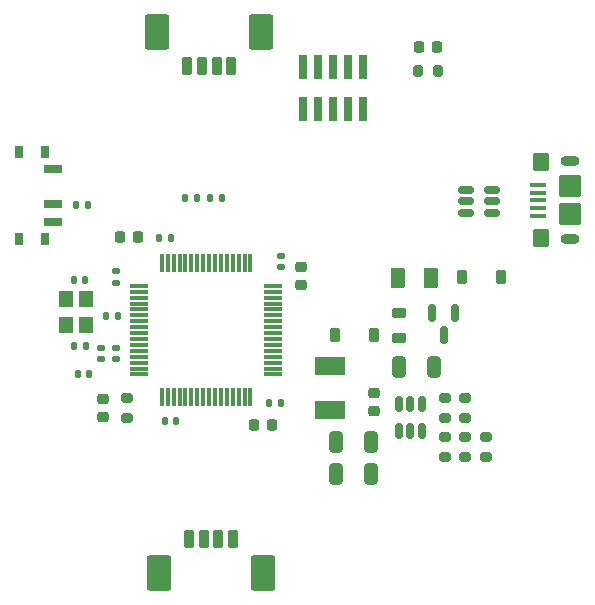
<source format=gbr>
%TF.GenerationSoftware,KiCad,Pcbnew,7.0.7*%
%TF.CreationDate,2023-08-28T01:03:24+03:00*%
%TF.ProjectId,STM32F405_Lesson_1,53544d33-3246-4343-9035-5f4c6573736f,rev?*%
%TF.SameCoordinates,Original*%
%TF.FileFunction,Paste,Top*%
%TF.FilePolarity,Positive*%
%FSLAX46Y46*%
G04 Gerber Fmt 4.6, Leading zero omitted, Abs format (unit mm)*
G04 Created by KiCad (PCBNEW 7.0.7) date 2023-08-28 01:03:24*
%MOMM*%
%LPD*%
G01*
G04 APERTURE LIST*
G04 Aperture macros list*
%AMRoundRect*
0 Rectangle with rounded corners*
0 $1 Rounding radius*
0 $2 $3 $4 $5 $6 $7 $8 $9 X,Y pos of 4 corners*
0 Add a 4 corners polygon primitive as box body*
4,1,4,$2,$3,$4,$5,$6,$7,$8,$9,$2,$3,0*
0 Add four circle primitives for the rounded corners*
1,1,$1+$1,$2,$3*
1,1,$1+$1,$4,$5*
1,1,$1+$1,$6,$7*
1,1,$1+$1,$8,$9*
0 Add four rect primitives between the rounded corners*
20,1,$1+$1,$2,$3,$4,$5,0*
20,1,$1+$1,$4,$5,$6,$7,0*
20,1,$1+$1,$6,$7,$8,$9,0*
20,1,$1+$1,$8,$9,$2,$3,0*%
G04 Aperture macros list end*
%ADD10RoundRect,0.200000X-0.200000X-0.600000X0.200000X-0.600000X0.200000X0.600000X-0.200000X0.600000X0*%
%ADD11RoundRect,0.250001X-0.799999X-1.249999X0.799999X-1.249999X0.799999X1.249999X-0.799999X1.249999X0*%
%ADD12RoundRect,0.200000X0.200000X0.600000X-0.200000X0.600000X-0.200000X-0.600000X0.200000X-0.600000X0*%
%ADD13RoundRect,0.250001X0.799999X1.249999X-0.799999X1.249999X-0.799999X-1.249999X0.799999X-1.249999X0*%
%ADD14RoundRect,0.200000X-0.200000X-0.275000X0.200000X-0.275000X0.200000X0.275000X-0.200000X0.275000X0*%
%ADD15R,1.200000X1.400000*%
%ADD16RoundRect,0.140000X-0.140000X-0.170000X0.140000X-0.170000X0.140000X0.170000X-0.140000X0.170000X0*%
%ADD17RoundRect,0.140000X0.140000X0.170000X-0.140000X0.170000X-0.140000X-0.170000X0.140000X-0.170000X0*%
%ADD18RoundRect,0.250000X0.375000X0.625000X-0.375000X0.625000X-0.375000X-0.625000X0.375000X-0.625000X0*%
%ADD19RoundRect,0.225000X-0.225000X-0.375000X0.225000X-0.375000X0.225000X0.375000X-0.225000X0.375000X0*%
%ADD20RoundRect,0.150000X-0.150000X0.587500X-0.150000X-0.587500X0.150000X-0.587500X0.150000X0.587500X0*%
%ADD21RoundRect,0.200000X-0.275000X0.200000X-0.275000X-0.200000X0.275000X-0.200000X0.275000X0.200000X0*%
%ADD22R,2.500000X1.500000*%
%ADD23RoundRect,0.218750X-0.381250X0.218750X-0.381250X-0.218750X0.381250X-0.218750X0.381250X0.218750X0*%
%ADD24RoundRect,0.250000X-0.325000X-0.650000X0.325000X-0.650000X0.325000X0.650000X-0.325000X0.650000X0*%
%ADD25RoundRect,0.150000X0.512500X0.150000X-0.512500X0.150000X-0.512500X-0.150000X0.512500X-0.150000X0*%
%ADD26RoundRect,0.140000X0.170000X-0.140000X0.170000X0.140000X-0.170000X0.140000X-0.170000X-0.140000X0*%
%ADD27RoundRect,0.135000X0.135000X0.185000X-0.135000X0.185000X-0.135000X-0.185000X0.135000X-0.185000X0*%
%ADD28RoundRect,0.218750X0.256250X-0.218750X0.256250X0.218750X-0.256250X0.218750X-0.256250X-0.218750X0*%
%ADD29RoundRect,0.218750X-0.218750X-0.256250X0.218750X-0.256250X0.218750X0.256250X-0.218750X0.256250X0*%
%ADD30RoundRect,0.225000X0.250000X-0.225000X0.250000X0.225000X-0.250000X0.225000X-0.250000X-0.225000X0*%
%ADD31RoundRect,0.200000X0.275000X-0.200000X0.275000X0.200000X-0.275000X0.200000X-0.275000X-0.200000X0*%
%ADD32RoundRect,0.100000X0.575000X-0.100000X0.575000X0.100000X-0.575000X0.100000X-0.575000X-0.100000X0*%
%ADD33O,1.600000X0.900000*%
%ADD34RoundRect,0.250000X0.450000X-0.550000X0.450000X0.550000X-0.450000X0.550000X-0.450000X-0.550000X0*%
%ADD35RoundRect,0.250000X0.700000X-0.700000X0.700000X0.700000X-0.700000X0.700000X-0.700000X-0.700000X0*%
%ADD36R,0.800000X1.000000*%
%ADD37R,1.500000X0.700000*%
%ADD38RoundRect,0.075000X-0.700000X-0.075000X0.700000X-0.075000X0.700000X0.075000X-0.700000X0.075000X0*%
%ADD39RoundRect,0.075000X-0.075000X-0.700000X0.075000X-0.700000X0.075000X0.700000X-0.075000X0.700000X0*%
%ADD40RoundRect,0.147500X-0.147500X-0.172500X0.147500X-0.172500X0.147500X0.172500X-0.147500X0.172500X0*%
%ADD41R,0.750000X2.100000*%
%ADD42RoundRect,0.135000X-0.135000X-0.185000X0.135000X-0.185000X0.135000X0.185000X-0.135000X0.185000X0*%
%ADD43RoundRect,0.225000X0.225000X0.250000X-0.225000X0.250000X-0.225000X-0.250000X0.225000X-0.250000X0*%
%ADD44RoundRect,0.150000X0.150000X-0.512500X0.150000X0.512500X-0.150000X0.512500X-0.150000X-0.512500X0*%
%ADD45RoundRect,0.225000X-0.225000X-0.250000X0.225000X-0.250000X0.225000X0.250000X-0.225000X0.250000X0*%
G04 APERTURE END LIST*
D10*
%TO.C,J4*%
X75925000Y-86350000D03*
X77175000Y-86350000D03*
X78425000Y-86350000D03*
X79675000Y-86350000D03*
D11*
X73375000Y-89250000D03*
X82225000Y-89250000D03*
%TD*%
D12*
%TO.C,J3*%
X79525000Y-46350000D03*
X78275000Y-46350000D03*
X77025000Y-46350000D03*
X75775000Y-46350000D03*
D13*
X82075000Y-43450000D03*
X73225000Y-43450000D03*
%TD*%
D14*
%TO.C,R11*%
X95350000Y-46800000D03*
X97000000Y-46800000D03*
%TD*%
D15*
%TO.C,Y1*%
X65550000Y-66100000D03*
X65550000Y-68300000D03*
X67250000Y-68300000D03*
X67250000Y-66100000D03*
%TD*%
D16*
%TO.C,C8*%
X73440000Y-60900000D03*
X74400000Y-60900000D03*
%TD*%
%TO.C,C6*%
X82740000Y-74900000D03*
X83700000Y-74900000D03*
%TD*%
D17*
%TO.C,C11*%
X67200000Y-70000000D03*
X66240000Y-70000000D03*
%TD*%
D18*
%TO.C,F1*%
X96400000Y-64300000D03*
X93600000Y-64300000D03*
%TD*%
D19*
%TO.C,D5*%
X88350000Y-69100000D03*
X91650000Y-69100000D03*
%TD*%
D20*
%TO.C,Q1*%
X98450000Y-67262500D03*
X96550000Y-67262500D03*
X97500000Y-69137500D03*
%TD*%
D21*
%TO.C,R7*%
X99300000Y-77775000D03*
X99300000Y-79425000D03*
%TD*%
D19*
%TO.C,D2*%
X99050000Y-64200000D03*
X102350000Y-64200000D03*
%TD*%
D22*
%TO.C,L2*%
X87900000Y-71750000D03*
X87900000Y-75450000D03*
%TD*%
D23*
%TO.C,FB1*%
X93700000Y-67237500D03*
X93700000Y-69362500D03*
%TD*%
D24*
%TO.C,C15*%
X88425000Y-78200000D03*
X91375000Y-78200000D03*
%TD*%
D25*
%TO.C,U3*%
X101637500Y-58750000D03*
X101637500Y-57800000D03*
X101637500Y-56850000D03*
X99362500Y-56850000D03*
X99362500Y-57800000D03*
X99362500Y-58750000D03*
%TD*%
D26*
%TO.C,C4*%
X69800000Y-64680000D03*
X69800000Y-63720000D03*
%TD*%
%TO.C,C10*%
X69800000Y-71160000D03*
X69800000Y-70200000D03*
%TD*%
D27*
%TO.C,R2*%
X69900000Y-67500000D03*
X68880000Y-67500000D03*
%TD*%
D28*
%TO.C,D1*%
X68700000Y-76087500D03*
X68700000Y-74512500D03*
%TD*%
D29*
%TO.C,D4*%
X95400000Y-44700000D03*
X96975000Y-44700000D03*
%TD*%
D24*
%TO.C,C13*%
X93725000Y-71800000D03*
X96675000Y-71800000D03*
%TD*%
D30*
%TO.C,C14*%
X91600000Y-75575000D03*
X91600000Y-74025000D03*
%TD*%
D31*
%TO.C,R5*%
X99300000Y-76125000D03*
X99300000Y-74475000D03*
%TD*%
D32*
%TO.C,J5*%
X105520000Y-59000000D03*
X105520000Y-58350000D03*
X105520000Y-57700000D03*
X105520000Y-57050000D03*
X105520000Y-56400000D03*
D33*
X108195000Y-61000000D03*
D34*
X105745000Y-60900000D03*
D35*
X108195000Y-58900000D03*
X108195000Y-56500000D03*
D34*
X105745000Y-54500000D03*
D33*
X108195000Y-54400000D03*
%TD*%
D36*
%TO.C,SW1*%
X63755000Y-53650000D03*
X61545000Y-53650000D03*
X63755000Y-60950000D03*
X61545000Y-60950000D03*
D37*
X64405000Y-55050000D03*
X64405000Y-58050000D03*
X64405000Y-59550000D03*
%TD*%
D38*
%TO.C,U1*%
X71725000Y-64950000D03*
X71725000Y-65450000D03*
X71725000Y-65950000D03*
X71725000Y-66450000D03*
X71725000Y-66950000D03*
X71725000Y-67450000D03*
X71725000Y-67950000D03*
X71725000Y-68450000D03*
X71725000Y-68950000D03*
X71725000Y-69450000D03*
X71725000Y-69950000D03*
X71725000Y-70450000D03*
X71725000Y-70950000D03*
X71725000Y-71450000D03*
X71725000Y-71950000D03*
X71725000Y-72450000D03*
D39*
X73650000Y-74375000D03*
X74150000Y-74375000D03*
X74650000Y-74375000D03*
X75150000Y-74375000D03*
X75650000Y-74375000D03*
X76150000Y-74375000D03*
X76650000Y-74375000D03*
X77150000Y-74375000D03*
X77650000Y-74375000D03*
X78150000Y-74375000D03*
X78650000Y-74375000D03*
X79150000Y-74375000D03*
X79650000Y-74375000D03*
X80150000Y-74375000D03*
X80650000Y-74375000D03*
X81150000Y-74375000D03*
D38*
X83075000Y-72450000D03*
X83075000Y-71950000D03*
X83075000Y-71450000D03*
X83075000Y-70950000D03*
X83075000Y-70450000D03*
X83075000Y-69950000D03*
X83075000Y-69450000D03*
X83075000Y-68950000D03*
X83075000Y-68450000D03*
X83075000Y-67950000D03*
X83075000Y-67450000D03*
X83075000Y-66950000D03*
X83075000Y-66450000D03*
X83075000Y-65950000D03*
X83075000Y-65450000D03*
X83075000Y-64950000D03*
D39*
X81150000Y-63025000D03*
X80650000Y-63025000D03*
X80150000Y-63025000D03*
X79650000Y-63025000D03*
X79150000Y-63025000D03*
X78650000Y-63025000D03*
X78150000Y-63025000D03*
X77650000Y-63025000D03*
X77150000Y-63025000D03*
X76650000Y-63025000D03*
X76150000Y-63025000D03*
X75650000Y-63025000D03*
X75150000Y-63025000D03*
X74650000Y-63025000D03*
X74150000Y-63025000D03*
X73650000Y-63025000D03*
%TD*%
D26*
%TO.C,C7*%
X83700000Y-63380000D03*
X83700000Y-62420000D03*
%TD*%
D40*
%TO.C,L1*%
X66530000Y-72400000D03*
X67500000Y-72400000D03*
%TD*%
D27*
%TO.C,R10*%
X76610000Y-57500000D03*
X75590000Y-57500000D03*
%TD*%
D24*
%TO.C,C16*%
X88425000Y-80900000D03*
X91375000Y-80900000D03*
%TD*%
D27*
%TO.C,R1*%
X67420000Y-58100000D03*
X66400000Y-58100000D03*
%TD*%
D26*
%TO.C,C9*%
X68500000Y-71160000D03*
X68500000Y-70200000D03*
%TD*%
D30*
%TO.C,C1*%
X85400000Y-64875000D03*
X85400000Y-63325000D03*
%TD*%
D21*
%TO.C,R3*%
X70700000Y-74475000D03*
X70700000Y-76125000D03*
%TD*%
D17*
%TO.C,C5*%
X74880000Y-76400000D03*
X73920000Y-76400000D03*
%TD*%
D16*
%TO.C,C12*%
X66220000Y-64450000D03*
X67180000Y-64450000D03*
%TD*%
D31*
%TO.C,R8*%
X101100000Y-79425000D03*
X101100000Y-77775000D03*
%TD*%
D21*
%TO.C,R4*%
X97600000Y-74475000D03*
X97600000Y-76125000D03*
%TD*%
D41*
%TO.C,J2*%
X85560000Y-46400000D03*
X85560000Y-50000000D03*
X86830000Y-46400000D03*
X86830000Y-50000000D03*
X88100000Y-46400000D03*
X88100000Y-50000000D03*
X89370000Y-46400000D03*
X89370000Y-50000000D03*
X90640000Y-46400000D03*
X90640000Y-50000000D03*
%TD*%
D42*
%TO.C,R9*%
X78710000Y-57500000D03*
X77690000Y-57500000D03*
%TD*%
D43*
%TO.C,C3*%
X71650000Y-60800000D03*
X70100000Y-60800000D03*
%TD*%
D31*
%TO.C,R6*%
X97600000Y-79425000D03*
X97600000Y-77775000D03*
%TD*%
D44*
%TO.C,U2*%
X93750000Y-77237500D03*
X94700000Y-77237500D03*
X95650000Y-77237500D03*
X95650000Y-74962500D03*
X94700000Y-74962500D03*
X93750000Y-74962500D03*
%TD*%
D45*
%TO.C,C2*%
X81450000Y-76700000D03*
X83000000Y-76700000D03*
%TD*%
M02*

</source>
